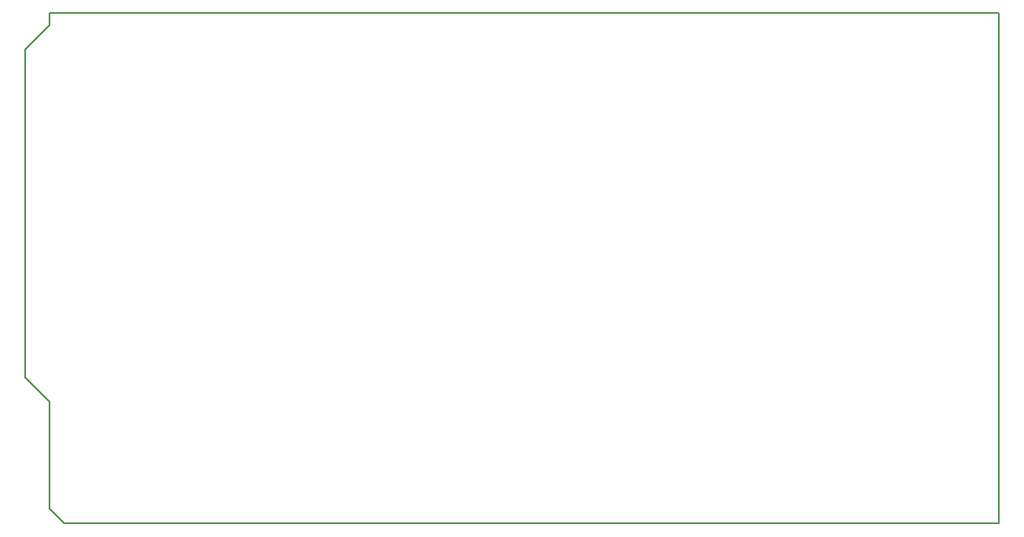
<source format=gbr>
%TF.GenerationSoftware,KiCad,Pcbnew,7.0.7*%
%TF.CreationDate,2024-03-03T00:58:18-08:00*%
%TF.ProjectId,arduino-due-shield,61726475-696e-46f2-9d64-75652d736869,rev?*%
%TF.SameCoordinates,Original*%
%TF.FileFunction,Profile,NP*%
%FSLAX46Y46*%
G04 Gerber Fmt 4.6, Leading zero omitted, Abs format (unit mm)*
G04 Created by KiCad (PCBNEW 7.0.7) date 2024-03-03 00:58:18*
%MOMM*%
%LPD*%
G01*
G04 APERTURE LIST*
%TA.AperFunction,Profile*%
%ADD10C,0.150000*%
%TD*%
G04 APERTURE END LIST*
D10*
%TO.C,A1*%
X125000000Y-78340000D02*
X125000000Y-25000000D01*
X125000000Y-78340000D02*
X27464000Y-78340000D01*
X125000000Y-25000000D02*
X25940000Y-25000000D01*
X27464000Y-78340000D02*
X25940000Y-76816000D01*
X25940000Y-65640000D02*
X25940000Y-76816000D01*
X25940000Y-26270000D02*
X23400000Y-28810000D01*
X25940000Y-25000000D02*
X25940000Y-26270000D01*
X23400000Y-63100000D02*
X25940000Y-65640000D01*
X23400000Y-28810000D02*
X23400000Y-63100000D01*
%TD*%
M02*

</source>
